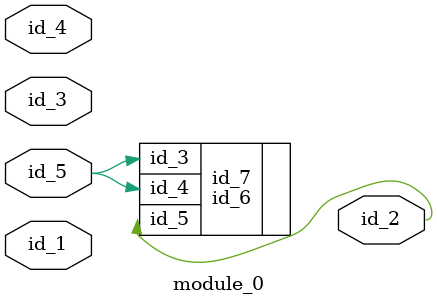
<source format=v>
module module_0 (
    id_1,
    id_2,
    id_3,
    id_4,
    id_5
);
  input id_5;
  input id_4;
  input id_3;
  output id_2;
  input id_1;
  id_6 id_7 (
      .id_5(id_2),
      .id_3(id_5),
      .id_4(id_5),
      .id_4(id_5)
  );
endmodule

</source>
